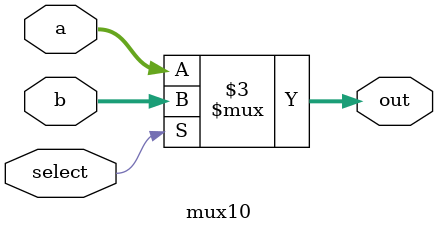
<source format=v>
module mux10(out, a, b, select);

input [9:0] a, b;
input select;

output reg [9:0] out;

always @ (a, b, select)
begin
	if(select)
		out = b;
	else
		out = a;
end
endmodule
</source>
